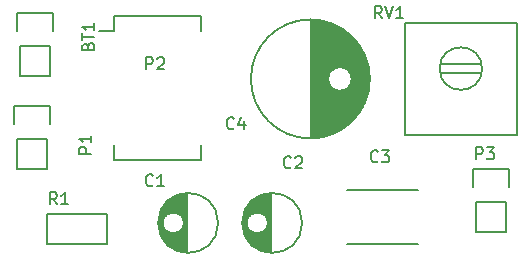
<source format=gbr>
G04 #@! TF.FileFunction,Legend,Top*
%FSLAX46Y46*%
G04 Gerber Fmt 4.6, Leading zero omitted, Abs format (unit mm)*
G04 Created by KiCad (PCBNEW 4.0.1-stable) date 08/09/2016 11:32:39 PM*
%MOMM*%
G01*
G04 APERTURE LIST*
%ADD10C,0.100000*%
%ADD11C,0.150000*%
G04 APERTURE END LIST*
D10*
D11*
X111734000Y-80746000D02*
X111734000Y-82296000D01*
X112014000Y-86106000D02*
X112014000Y-83566000D01*
X112014000Y-83566000D02*
X114554000Y-83566000D01*
X114834000Y-82296000D02*
X114834000Y-80746000D01*
X114834000Y-80746000D02*
X111734000Y-80746000D01*
X114554000Y-83566000D02*
X114554000Y-86106000D01*
X114554000Y-86106000D02*
X112014000Y-86106000D01*
X126183000Y-101051000D02*
X126183000Y-96053000D01*
X126043000Y-101043000D02*
X126043000Y-96061000D01*
X125903000Y-101027000D02*
X125903000Y-98647000D01*
X125903000Y-98457000D02*
X125903000Y-96077000D01*
X125763000Y-101003000D02*
X125763000Y-99042000D01*
X125763000Y-98062000D02*
X125763000Y-96101000D01*
X125623000Y-100970000D02*
X125623000Y-99209000D01*
X125623000Y-97895000D02*
X125623000Y-96134000D01*
X125483000Y-100929000D02*
X125483000Y-99316000D01*
X125483000Y-97788000D02*
X125483000Y-96175000D01*
X125343000Y-100879000D02*
X125343000Y-99387000D01*
X125343000Y-97717000D02*
X125343000Y-96225000D01*
X125203000Y-100818000D02*
X125203000Y-99431000D01*
X125203000Y-97673000D02*
X125203000Y-96286000D01*
X125063000Y-100748000D02*
X125063000Y-99450000D01*
X125063000Y-97654000D02*
X125063000Y-96356000D01*
X124923000Y-100666000D02*
X124923000Y-99448000D01*
X124923000Y-97656000D02*
X124923000Y-96438000D01*
X124783000Y-100571000D02*
X124783000Y-99423000D01*
X124783000Y-97681000D02*
X124783000Y-96533000D01*
X124643000Y-100460000D02*
X124643000Y-99375000D01*
X124643000Y-97729000D02*
X124643000Y-96644000D01*
X124503000Y-100332000D02*
X124503000Y-99297000D01*
X124503000Y-97807000D02*
X124503000Y-96772000D01*
X124363000Y-100183000D02*
X124363000Y-99180000D01*
X124363000Y-97924000D02*
X124363000Y-96921000D01*
X124223000Y-100004000D02*
X124223000Y-98992000D01*
X124223000Y-98112000D02*
X124223000Y-97100000D01*
X124083000Y-99785000D02*
X124083000Y-97319000D01*
X123943000Y-99496000D02*
X123943000Y-97608000D01*
X123803000Y-99024000D02*
X123803000Y-98080000D01*
X125908000Y-98552000D02*
G75*
G03X125908000Y-98552000I-900000J0D01*
G01*
X128795500Y-98552000D02*
G75*
G03X128795500Y-98552000I-2537500J0D01*
G01*
X133295000Y-101051000D02*
X133295000Y-96053000D01*
X133155000Y-101043000D02*
X133155000Y-96061000D01*
X133015000Y-101027000D02*
X133015000Y-98647000D01*
X133015000Y-98457000D02*
X133015000Y-96077000D01*
X132875000Y-101003000D02*
X132875000Y-99042000D01*
X132875000Y-98062000D02*
X132875000Y-96101000D01*
X132735000Y-100970000D02*
X132735000Y-99209000D01*
X132735000Y-97895000D02*
X132735000Y-96134000D01*
X132595000Y-100929000D02*
X132595000Y-99316000D01*
X132595000Y-97788000D02*
X132595000Y-96175000D01*
X132455000Y-100879000D02*
X132455000Y-99387000D01*
X132455000Y-97717000D02*
X132455000Y-96225000D01*
X132315000Y-100818000D02*
X132315000Y-99431000D01*
X132315000Y-97673000D02*
X132315000Y-96286000D01*
X132175000Y-100748000D02*
X132175000Y-99450000D01*
X132175000Y-97654000D02*
X132175000Y-96356000D01*
X132035000Y-100666000D02*
X132035000Y-99448000D01*
X132035000Y-97656000D02*
X132035000Y-96438000D01*
X131895000Y-100571000D02*
X131895000Y-99423000D01*
X131895000Y-97681000D02*
X131895000Y-96533000D01*
X131755000Y-100460000D02*
X131755000Y-99375000D01*
X131755000Y-97729000D02*
X131755000Y-96644000D01*
X131615000Y-100332000D02*
X131615000Y-99297000D01*
X131615000Y-97807000D02*
X131615000Y-96772000D01*
X131475000Y-100183000D02*
X131475000Y-99180000D01*
X131475000Y-97924000D02*
X131475000Y-96921000D01*
X131335000Y-100004000D02*
X131335000Y-98992000D01*
X131335000Y-98112000D02*
X131335000Y-97100000D01*
X131195000Y-99785000D02*
X131195000Y-97319000D01*
X131055000Y-99496000D02*
X131055000Y-97608000D01*
X130915000Y-99024000D02*
X130915000Y-98080000D01*
X133020000Y-98552000D02*
G75*
G03X133020000Y-98552000I-900000J0D01*
G01*
X135907500Y-98552000D02*
G75*
G03X135907500Y-98552000I-2537500J0D01*
G01*
X139708000Y-95794000D02*
X145708000Y-95794000D01*
X145708000Y-100294000D02*
X139708000Y-100294000D01*
X136687000Y-81361000D02*
X136687000Y-91359000D01*
X136827000Y-81365000D02*
X136827000Y-91355000D01*
X136967000Y-81373000D02*
X136967000Y-91347000D01*
X137107000Y-81385000D02*
X137107000Y-91335000D01*
X137247000Y-81400000D02*
X137247000Y-91320000D01*
X137387000Y-81420000D02*
X137387000Y-91300000D01*
X137527000Y-81444000D02*
X137527000Y-91276000D01*
X137667000Y-81473000D02*
X137667000Y-91247000D01*
X137807000Y-81505000D02*
X137807000Y-91215000D01*
X137947000Y-81542000D02*
X137947000Y-91178000D01*
X138087000Y-81583000D02*
X138087000Y-91137000D01*
X138227000Y-81628000D02*
X138227000Y-85894000D01*
X138227000Y-86826000D02*
X138227000Y-91092000D01*
X138367000Y-81678000D02*
X138367000Y-85693000D01*
X138367000Y-87027000D02*
X138367000Y-91042000D01*
X138507000Y-81733000D02*
X138507000Y-85564000D01*
X138507000Y-87156000D02*
X138507000Y-90987000D01*
X138647000Y-81793000D02*
X138647000Y-85475000D01*
X138647000Y-87245000D02*
X138647000Y-90927000D01*
X138787000Y-81858000D02*
X138787000Y-85414000D01*
X138787000Y-87306000D02*
X138787000Y-90862000D01*
X138927000Y-81928000D02*
X138927000Y-85377000D01*
X138927000Y-87343000D02*
X138927000Y-90792000D01*
X139067000Y-82004000D02*
X139067000Y-85361000D01*
X139067000Y-87359000D02*
X139067000Y-90716000D01*
X139207000Y-82086000D02*
X139207000Y-85365000D01*
X139207000Y-87355000D02*
X139207000Y-90634000D01*
X139347000Y-82174000D02*
X139347000Y-85388000D01*
X139347000Y-87332000D02*
X139347000Y-90546000D01*
X139487000Y-82269000D02*
X139487000Y-85433000D01*
X139487000Y-87287000D02*
X139487000Y-90451000D01*
X139627000Y-82371000D02*
X139627000Y-85503000D01*
X139627000Y-87217000D02*
X139627000Y-90349000D01*
X139767000Y-82481000D02*
X139767000Y-85604000D01*
X139767000Y-87116000D02*
X139767000Y-90239000D01*
X139907000Y-82599000D02*
X139907000Y-85753000D01*
X139907000Y-86967000D02*
X139907000Y-90121000D01*
X140047000Y-82727000D02*
X140047000Y-86005000D01*
X140047000Y-86715000D02*
X140047000Y-89993000D01*
X140187000Y-82864000D02*
X140187000Y-89856000D01*
X140327000Y-83014000D02*
X140327000Y-89706000D01*
X140467000Y-83176000D02*
X140467000Y-89544000D01*
X140607000Y-83353000D02*
X140607000Y-89367000D01*
X140747000Y-83549000D02*
X140747000Y-89171000D01*
X140887000Y-83767000D02*
X140887000Y-88953000D01*
X141027000Y-84013000D02*
X141027000Y-88707000D01*
X141167000Y-84298000D02*
X141167000Y-88422000D01*
X141307000Y-84640000D02*
X141307000Y-88080000D01*
X141447000Y-85086000D02*
X141447000Y-87634000D01*
X141587000Y-85861000D02*
X141587000Y-86859000D01*
X140112000Y-86360000D02*
G75*
G03X140112000Y-86360000I-1000000J0D01*
G01*
X141649500Y-86360000D02*
G75*
G03X141649500Y-86360000I-5037500J0D01*
G01*
X111480000Y-88620000D02*
X111480000Y-90170000D01*
X111760000Y-93980000D02*
X111760000Y-91440000D01*
X111760000Y-91440000D02*
X114300000Y-91440000D01*
X114580000Y-90170000D02*
X114580000Y-88620000D01*
X114580000Y-88620000D02*
X111480000Y-88620000D01*
X114300000Y-91440000D02*
X114300000Y-93980000D01*
X114300000Y-93980000D02*
X111760000Y-93980000D01*
X120023000Y-81017000D02*
X120023000Y-82287000D01*
X127373000Y-81017000D02*
X127373000Y-82287000D01*
X127373000Y-93227000D02*
X127373000Y-91957000D01*
X120023000Y-93227000D02*
X120023000Y-91957000D01*
X120023000Y-81017000D02*
X127373000Y-81017000D01*
X120023000Y-93227000D02*
X127373000Y-93227000D01*
X120023000Y-82287000D02*
X118738000Y-82287000D01*
X150342000Y-93954000D02*
X150342000Y-95504000D01*
X150622000Y-99314000D02*
X150622000Y-96774000D01*
X150622000Y-96774000D02*
X153162000Y-96774000D01*
X153442000Y-95504000D02*
X153442000Y-93954000D01*
X153442000Y-93954000D02*
X150342000Y-93954000D01*
X153162000Y-96774000D02*
X153162000Y-99314000D01*
X153162000Y-99314000D02*
X150622000Y-99314000D01*
X119380000Y-100330000D02*
X114300000Y-100330000D01*
X114300000Y-100330000D02*
X114300000Y-97790000D01*
X114300000Y-97790000D02*
X119380000Y-97790000D01*
X119380000Y-97790000D02*
X119380000Y-100330000D01*
X147652000Y-85105000D02*
X151052000Y-85105000D01*
X147652000Y-85865000D02*
X151052000Y-85865000D01*
X144587000Y-81595000D02*
X154117000Y-81595000D01*
X154117000Y-81595000D02*
X154117000Y-91125000D01*
X154117000Y-91125000D02*
X144587000Y-91125000D01*
X144587000Y-91125000D02*
X144587000Y-81595000D01*
X151153735Y-85485000D02*
G75*
G03X151153735Y-85485000I-1801735J0D01*
G01*
X117784571Y-83589714D02*
X117832190Y-83446857D01*
X117879810Y-83399238D01*
X117975048Y-83351619D01*
X118117905Y-83351619D01*
X118213143Y-83399238D01*
X118260762Y-83446857D01*
X118308381Y-83542095D01*
X118308381Y-83923048D01*
X117308381Y-83923048D01*
X117308381Y-83589714D01*
X117356000Y-83494476D01*
X117403619Y-83446857D01*
X117498857Y-83399238D01*
X117594095Y-83399238D01*
X117689333Y-83446857D01*
X117736952Y-83494476D01*
X117784571Y-83589714D01*
X117784571Y-83923048D01*
X117308381Y-83065905D02*
X117308381Y-82494476D01*
X118308381Y-82780191D02*
X117308381Y-82780191D01*
X118308381Y-81637333D02*
X118308381Y-82208762D01*
X118308381Y-81923048D02*
X117308381Y-81923048D01*
X117451238Y-82018286D01*
X117546476Y-82113524D01*
X117594095Y-82208762D01*
X123277334Y-95353143D02*
X123229715Y-95400762D01*
X123086858Y-95448381D01*
X122991620Y-95448381D01*
X122848762Y-95400762D01*
X122753524Y-95305524D01*
X122705905Y-95210286D01*
X122658286Y-95019810D01*
X122658286Y-94876952D01*
X122705905Y-94686476D01*
X122753524Y-94591238D01*
X122848762Y-94496000D01*
X122991620Y-94448381D01*
X123086858Y-94448381D01*
X123229715Y-94496000D01*
X123277334Y-94543619D01*
X124229715Y-95448381D02*
X123658286Y-95448381D01*
X123944000Y-95448381D02*
X123944000Y-94448381D01*
X123848762Y-94591238D01*
X123753524Y-94686476D01*
X123658286Y-94734095D01*
X134961334Y-93829143D02*
X134913715Y-93876762D01*
X134770858Y-93924381D01*
X134675620Y-93924381D01*
X134532762Y-93876762D01*
X134437524Y-93781524D01*
X134389905Y-93686286D01*
X134342286Y-93495810D01*
X134342286Y-93352952D01*
X134389905Y-93162476D01*
X134437524Y-93067238D01*
X134532762Y-92972000D01*
X134675620Y-92924381D01*
X134770858Y-92924381D01*
X134913715Y-92972000D01*
X134961334Y-93019619D01*
X135342286Y-93019619D02*
X135389905Y-92972000D01*
X135485143Y-92924381D01*
X135723239Y-92924381D01*
X135818477Y-92972000D01*
X135866096Y-93019619D01*
X135913715Y-93114857D01*
X135913715Y-93210095D01*
X135866096Y-93352952D01*
X135294667Y-93924381D01*
X135913715Y-93924381D01*
X142327334Y-93321143D02*
X142279715Y-93368762D01*
X142136858Y-93416381D01*
X142041620Y-93416381D01*
X141898762Y-93368762D01*
X141803524Y-93273524D01*
X141755905Y-93178286D01*
X141708286Y-92987810D01*
X141708286Y-92844952D01*
X141755905Y-92654476D01*
X141803524Y-92559238D01*
X141898762Y-92464000D01*
X142041620Y-92416381D01*
X142136858Y-92416381D01*
X142279715Y-92464000D01*
X142327334Y-92511619D01*
X142660667Y-92416381D02*
X143279715Y-92416381D01*
X142946381Y-92797333D01*
X143089239Y-92797333D01*
X143184477Y-92844952D01*
X143232096Y-92892571D01*
X143279715Y-92987810D01*
X143279715Y-93225905D01*
X143232096Y-93321143D01*
X143184477Y-93368762D01*
X143089239Y-93416381D01*
X142803524Y-93416381D01*
X142708286Y-93368762D01*
X142660667Y-93321143D01*
X130135334Y-90527143D02*
X130087715Y-90574762D01*
X129944858Y-90622381D01*
X129849620Y-90622381D01*
X129706762Y-90574762D01*
X129611524Y-90479524D01*
X129563905Y-90384286D01*
X129516286Y-90193810D01*
X129516286Y-90050952D01*
X129563905Y-89860476D01*
X129611524Y-89765238D01*
X129706762Y-89670000D01*
X129849620Y-89622381D01*
X129944858Y-89622381D01*
X130087715Y-89670000D01*
X130135334Y-89717619D01*
X130992477Y-89955714D02*
X130992477Y-90622381D01*
X130754381Y-89574762D02*
X130516286Y-90289048D01*
X131135334Y-90289048D01*
X118054381Y-92686095D02*
X117054381Y-92686095D01*
X117054381Y-92305142D01*
X117102000Y-92209904D01*
X117149619Y-92162285D01*
X117244857Y-92114666D01*
X117387714Y-92114666D01*
X117482952Y-92162285D01*
X117530571Y-92209904D01*
X117578190Y-92305142D01*
X117578190Y-92686095D01*
X118054381Y-91162285D02*
X118054381Y-91733714D01*
X118054381Y-91448000D02*
X117054381Y-91448000D01*
X117197238Y-91543238D01*
X117292476Y-91638476D01*
X117340095Y-91733714D01*
X122705905Y-85542381D02*
X122705905Y-84542381D01*
X123086858Y-84542381D01*
X123182096Y-84590000D01*
X123229715Y-84637619D01*
X123277334Y-84732857D01*
X123277334Y-84875714D01*
X123229715Y-84970952D01*
X123182096Y-85018571D01*
X123086858Y-85066190D01*
X122705905Y-85066190D01*
X123658286Y-84637619D02*
X123705905Y-84590000D01*
X123801143Y-84542381D01*
X124039239Y-84542381D01*
X124134477Y-84590000D01*
X124182096Y-84637619D01*
X124229715Y-84732857D01*
X124229715Y-84828095D01*
X124182096Y-84970952D01*
X123610667Y-85542381D01*
X124229715Y-85542381D01*
X150645905Y-93162381D02*
X150645905Y-92162381D01*
X151026858Y-92162381D01*
X151122096Y-92210000D01*
X151169715Y-92257619D01*
X151217334Y-92352857D01*
X151217334Y-92495714D01*
X151169715Y-92590952D01*
X151122096Y-92638571D01*
X151026858Y-92686190D01*
X150645905Y-92686190D01*
X151550667Y-92162381D02*
X152169715Y-92162381D01*
X151836381Y-92543333D01*
X151979239Y-92543333D01*
X152074477Y-92590952D01*
X152122096Y-92638571D01*
X152169715Y-92733810D01*
X152169715Y-92971905D01*
X152122096Y-93067143D01*
X152074477Y-93114762D01*
X151979239Y-93162381D01*
X151693524Y-93162381D01*
X151598286Y-93114762D01*
X151550667Y-93067143D01*
X115149334Y-96972381D02*
X114816000Y-96496190D01*
X114577905Y-96972381D02*
X114577905Y-95972381D01*
X114958858Y-95972381D01*
X115054096Y-96020000D01*
X115101715Y-96067619D01*
X115149334Y-96162857D01*
X115149334Y-96305714D01*
X115101715Y-96400952D01*
X115054096Y-96448571D01*
X114958858Y-96496190D01*
X114577905Y-96496190D01*
X116101715Y-96972381D02*
X115530286Y-96972381D01*
X115816000Y-96972381D02*
X115816000Y-95972381D01*
X115720762Y-96115238D01*
X115625524Y-96210476D01*
X115530286Y-96258095D01*
X142660762Y-81224381D02*
X142327428Y-80748190D01*
X142089333Y-81224381D02*
X142089333Y-80224381D01*
X142470286Y-80224381D01*
X142565524Y-80272000D01*
X142613143Y-80319619D01*
X142660762Y-80414857D01*
X142660762Y-80557714D01*
X142613143Y-80652952D01*
X142565524Y-80700571D01*
X142470286Y-80748190D01*
X142089333Y-80748190D01*
X142946476Y-80224381D02*
X143279809Y-81224381D01*
X143613143Y-80224381D01*
X144470286Y-81224381D02*
X143898857Y-81224381D01*
X144184571Y-81224381D02*
X144184571Y-80224381D01*
X144089333Y-80367238D01*
X143994095Y-80462476D01*
X143898857Y-80510095D01*
M02*

</source>
